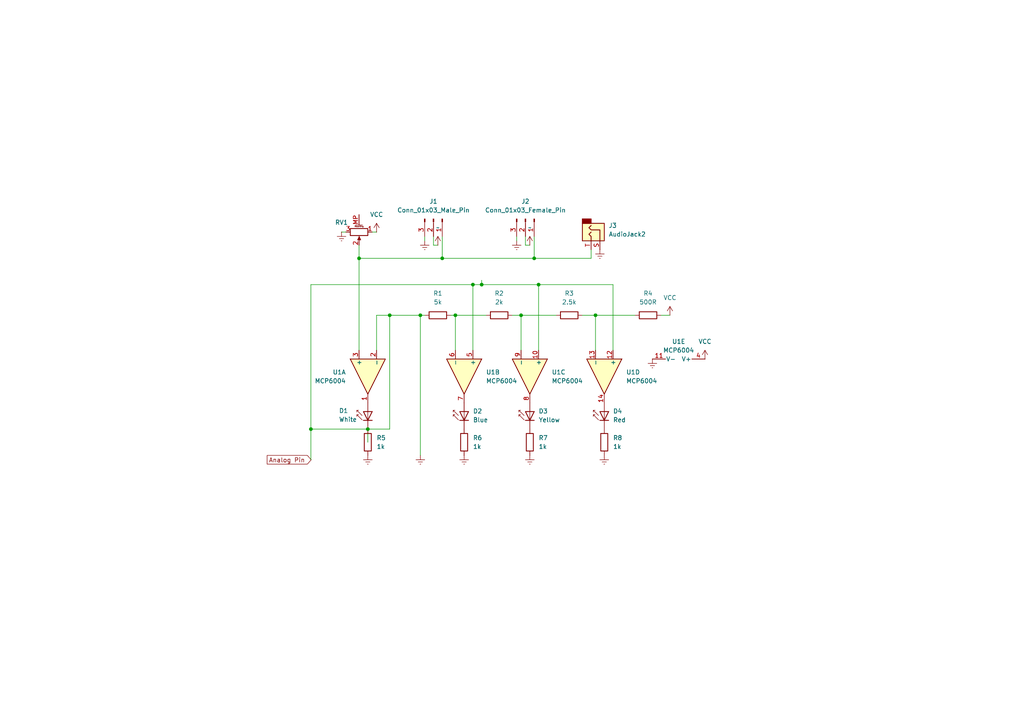
<source format=kicad_sch>
(kicad_sch (version 20231120) (generator "eeschema") (generator_version "8.0")
  (paper "A4")
  (lib_symbols
    (symbol "Amplifier_Operational:MCP6004" (pin_names (offset 0.127))
      (property "Reference" "U" (at 0 5.08 0))
      (property "Value" "MCP6004" (at 0 -5.08 0))
      (symbol "MCP6004_1_1"
        (polyline (pts (xy -5.08 5.08) (xy 5.08 0) (xy -5.08 -5.08) (xy -5.08 5.08)) (stroke (width 0.254)) (fill (type background)))
        (pin output line (at 7.62 0 180) (length 2.54) (name "~") (number "1"))
        (pin input line (at -7.62 -2.54 0) (length 2.54) (name "-") (number "2"))
        (pin input line (at -7.62 2.54 0) (length 2.54) (name "+") (number "3"))
      )
      (symbol "MCP6004_2_1"
        (polyline (pts (xy -5.08 5.08) (xy 5.08 0) (xy -5.08 -5.08) (xy -5.08 5.08)) (stroke (width 0.254)) (fill (type background)))
        (pin input line (at -7.62 2.54 0) (length 2.54) (name "+") (number "5"))
        (pin input line (at -7.62 -2.54 0) (length 2.54) (name "-") (number "6"))
        (pin output line (at 7.62 0 180) (length 2.54) (name "~") (number "7"))
      )
      (symbol "MCP6004_3_1"
        (polyline (pts (xy -5.08 5.08) (xy 5.08 0) (xy -5.08 -5.08) (xy -5.08 5.08)) (stroke (width 0.254)) (fill (type background)))
        (pin input line (at -7.62 2.54 0) (length 2.54) (name "+") (number "10"))
        (pin output line (at 7.62 0 180) (length 2.54) (name "~") (number "8"))
        (pin input line (at -7.62 -2.54 0) (length 2.54) (name "-") (number "9"))
      )
      (symbol "MCP6004_4_1"
        (polyline (pts (xy -5.08 5.08) (xy 5.08 0) (xy -5.08 -5.08) (xy -5.08 5.08)) (stroke (width 0.254)) (fill (type background)))
        (pin input line (at -7.62 2.54 0) (length 2.54) (name "+") (number "12"))
        (pin input line (at -7.62 -2.54 0) (length 2.54) (name "-") (number "13"))
        (pin output line (at 7.62 0 180) (length 2.54) (name "~") (number "14"))
      )
      (symbol "MCP6004_5_1"
        (pin power_in line (at -2.54 -7.62 90) (length 3.81) (name "V-") (number "11"))
        (pin power_in line (at -2.54 7.62 270) (length 3.81) (name "V+") (number "4"))
      )
    )
    (symbol "Connector:Conn_01x03_Pin" (pin_names (offset 1.016) hide)
      (property "Reference" "J" (at 0 5.08 0))
      (property "Value" "Conn_01x03_Pin" (at 0 -5.08 0))
      (symbol "Conn_01x03_Pin_1_1"
        (polyline (pts (xy 1.27 -2.54) (xy 0.8636 -2.54)) (stroke (width 0.1524)))
        (polyline (pts (xy 1.27 0) (xy 0.8636 0)) (stroke (width 0.1524)))
        (polyline (pts (xy 1.27 2.54) (xy 0.8636 2.54)) (stroke (width 0.1524)))
        (rectangle (start 0.8636 -2.413) (end 0 -2.667) (stroke (width 0.1524)) (fill (type outline)))
        (rectangle (start 0.8636 0.127) (end 0 -0.127) (stroke (width 0.1524)) (fill (type outline)))
        (rectangle (start 0.8636 2.667) (end 0 2.413) (stroke (width 0.1524)) (fill (type outline)))
        (pin passive line (at 5.08 2.54 180) (length 3.81) (name "Pin_1") (number "1"))
        (pin passive line (at 5.08 0 180) (length 3.81) (name "Pin_2") (number "2"))
        (pin passive line (at 5.08 -2.54 180) (length 3.81) (name "Pin_3") (number "3"))
      )
    )
    (symbol "Connector_Audio:AudioJack2"
      (property "Reference" "J" (at 0 8.89 0))
      (property "Value" "AudioJack2" (at 0 6.35 0))
      (symbol "AudioJack2_0_1"
        (rectangle (start -3.81 0) (end -2.54 -2.54) (stroke (width 0.254)) (fill (type outline)))
        (rectangle (start -2.54 3.81) (end 2.54 -2.54) (stroke (width 0.254)) (fill (type background)))
        (polyline (pts (xy 0 0) (xy 0.635 -0.635) (xy 1.27 0) (xy 2.54 0)) (stroke (width 0.254)))
        (polyline (pts (xy 2.54 2.54) (xy -0.635 2.54) (xy -0.635 0) (xy -1.27 -0.635) (xy -1.905 0)) (stroke (width 0.254)))
      )
      (symbol "AudioJack2_1_1"
        (pin passive line (at 5.08 2.54 180) (length 2.54) (name "~") (number "S"))
        (pin passive line (at 5.08 0 180) (length 2.54) (name "~") (number "T"))
      )
    )
    (symbol "Device:R" (pin_numbers hide) (pin_names (offset 0))
      (property "Reference" "R" (at 2.032 0 90))
      (property "Value" "R" (at 0 0 90))
      (symbol "R_0_1"
        (rectangle (start -1.016 -2.54) (end 1.016 2.54) (stroke (width 0.254)))
      )
      (symbol "R_1_1"
        (pin passive line (at 0 3.81 270) (length 1.27) (name "~") (number "1"))
        (pin passive line (at 0 -3.81 90) (length 1.27) (name "~") (number "2"))
      )
    )
    (symbol "Device:R_Potentiometer_MountingPin" (pin_names (offset 1.016) hide)
      (property "Reference" "RV" (at -8.255 0 90))
      (property "Value" "R_Potentiometer_MountingPin" (at -6.35 0 90))
      (symbol "R_Potentiometer_MountingPin_0_1"
        (polyline (pts (xy 2.54 0) (xy 1.524 0)))
        (polyline (pts (xy 1.143 0) (xy 2.286 0.508) (xy 2.286 -0.508)) (fill (type outline)))
        (rectangle (start 1.016 2.54) (end -1.016 -2.54) (stroke (width 0.254)))
      )
      (symbol "R_Potentiometer_MountingPin_1_1"
        (polyline (pts (xy -2.032 1.016) (xy -2.032 -1.016)) (stroke (width 0.1524)))
        (text "Mounting" (at -1.651 0 900) (effects (font (size 0.381 0.381))))
        (pin passive line (at 0 3.81 270) (length 1.27) (name "1") (number "1"))
        (pin passive line (at 3.81 0 180) (length 1.27) (name "2") (number "2"))
        (pin passive line (at 0 -3.81 90) (length 1.27) (name "3") (number "3"))
        (pin passive line (at -5.08 0 0) (length 3.048) (name "MountPin") (number "MP"))
      )
    )
    (symbol "LED:IRL81A" (pin_numbers hide) (pin_names (offset 1.016) hide)
      (property "Reference" "D" (at 0.508 1.778 0))
      (property "Value" "IRL81A" (at -1.016 -2.794 0))
      (symbol "IRL81A_0_1"
        (polyline (pts (xy -2.54 0) (xy 0 0)))
        (polyline (pts (xy -2.54 1.27) (xy -2.54 -1.27)) (stroke (width 0.254)))
        (polyline (pts (xy 0.381 3.175) (xy -0.127 3.175)))
        (polyline (pts (xy -1.143 1.651) (xy 0.381 3.175) (xy 0.381 2.667)))
        (polyline (pts (xy 0 -1.27) (xy 0 1.27) (xy -2.54 0) (xy 0 -1.27)) (stroke (width 0.254)))
        (polyline (pts (xy -2.413 1.651) (xy -0.889 3.175) (xy -0.889 2.667) (xy -0.889 3.175) (xy -1.397 3.175)))
      )
      (symbol "IRL81A_1_1"
        (pin passive line (at -5.08 0 0) (length 2.54) (name "K") (number "1"))
        (pin passive line (at 2.54 0 180) (length 2.54) (name "A") (number "2"))
      )
    )
    (symbol "power:GNDREF" (power) (pin_numbers hide) (pin_names (offset 0) hide)
      (property "Value" "GNDREF" (at 0 -3.81 0))
      (symbol "GNDREF_0_1"
        (polyline (pts (xy -0.635 -1.905) (xy 0.635 -1.905)))
        (polyline (pts (xy -0.127 -2.54) (xy 0.127 -2.54)))
        (polyline (pts (xy 0 -1.27) (xy 0 0)))
        (polyline (pts (xy 1.27 -1.27) (xy -1.27 -1.27)))
      )
      (symbol "GNDREF_1_1"
        (pin power_in line (at 0 0 270) (length 0) (name "~") (number "1"))
      )
    )
    (symbol "power:VCC" (power) (pin_numbers hide) (pin_names (offset 0) hide)
      (property "Value" "VCC" (at 0 3.556 0))
      (symbol "VCC_0_1"
        (polyline (pts (xy -0.762 1.27) (xy 0 2.54)))
        (polyline (pts (xy 0 0) (xy 0 2.54)))
        (polyline (pts (xy 0 2.54) (xy 0.762 1.27)))
      )
      (symbol "VCC_1_1"
        (pin power_in line (at 0 0 90) (length 0) (name "~") (number "1"))
      )
    )
  )
  (junction (at 121.92 91.44))
  (junction (at 154.94 74.93))
  (junction (at 137.16 82.55))
  (junction (at 106.68 124.46))
  (junction (at 104.14 74.93))
  (junction (at 132.08 91.44))
  (junction (at 128.27 74.93))
  (junction (at 172.72 91.44))
  (junction (at 139.7 82.55))
  (junction (at 90.17 124.46))
  (junction (at 113.03 91.44))
  (junction (at 151.13 91.44))
  (junction (at 156.21 82.55))
  (wire (pts (xy 154.94 68.58) (xy 154.94 74.93)))
  (wire (pts (xy 154.94 74.93) (xy 171.45 74.93)))
  (wire (pts (xy 90.17 82.55) (xy 90.17 124.46)))
  (wire (pts (xy 113.03 124.46) (xy 113.03 91.44)))
  (wire (pts (xy 125.73 68.58) (xy 125.73 71.12)))
  (wire (pts (xy 127 71.12) (xy 125.73 71.12)))
  (wire (pts (xy 132.08 91.44) (xy 140.97 91.44)))
  (wire (pts (xy 90.17 124.46) (xy 106.68 124.46)))
  (wire (pts (xy 184.15 91.44) (xy 172.72 91.44)))
  (wire (pts (xy 148.59 91.44) (xy 151.13 91.44)))
  (wire (pts (xy 128.27 68.58) (xy 128.27 74.93)))
  (wire (pts (xy 151.13 91.44) (xy 161.29 91.44)))
  (wire (pts (xy 137.16 82.55) (xy 139.7 82.55)))
  (wire (pts (xy 152.4 68.58) (xy 152.4 71.12)))
  (wire (pts (xy 194.31 91.44) (xy 191.77 91.44)))
  (wire (pts (xy 137.16 82.55) (xy 137.16 101.6)))
  (wire (pts (xy 109.22 67.31) (xy 107.95 67.31)))
  (wire (pts (xy 113.03 91.44) (xy 121.92 91.44)))
  (wire (pts (xy 171.45 74.93) (xy 171.45 72.39)))
  (wire (pts (xy 99.06 67.31) (xy 100.33 67.31)))
  (wire (pts (xy 177.8 82.55) (xy 177.8 101.6)))
  (wire (pts (xy 109.22 91.44) (xy 113.03 91.44)))
  (wire (pts (xy 104.14 74.93) (xy 128.27 74.93)))
  (wire (pts (xy 104.14 71.12) (xy 104.14 74.93)))
  (wire (pts (xy 156.21 82.55) (xy 156.21 101.6)))
  (wire (pts (xy 121.92 91.44) (xy 121.92 132.08)))
  (wire (pts (xy 128.27 74.93) (xy 154.94 74.93)))
  (wire (pts (xy 149.86 68.58) (xy 149.86 69.85)))
  (wire (pts (xy 106.68 124.46) (xy 106.68 128.27)))
  (wire (pts (xy 151.13 91.44) (xy 151.13 101.6)))
  (wire (pts (xy 153.67 71.12) (xy 152.4 71.12)))
  (wire (pts (xy 172.72 91.44) (xy 172.72 101.6)))
  (wire (pts (xy 123.19 68.58) (xy 123.19 69.85)))
  (wire (pts (xy 139.7 81.28) (xy 139.7 82.55)))
  (wire (pts (xy 109.22 91.44) (xy 109.22 101.6)))
  (wire (pts (xy 90.17 82.55) (xy 137.16 82.55)))
  (wire (pts (xy 130.81 91.44) (xy 132.08 91.44)))
  (wire (pts (xy 132.08 91.44) (xy 132.08 101.6)))
  (wire (pts (xy 172.72 91.44) (xy 168.91 91.44)))
  (wire (pts (xy 104.14 74.93) (xy 104.14 101.6)))
  (wire (pts (xy 139.7 82.55) (xy 156.21 82.55)))
  (wire (pts (xy 106.68 124.46) (xy 113.03 124.46)))
  (wire (pts (xy 156.21 82.55) (xy 177.8 82.55)))
  (wire (pts (xy 90.17 124.46) (xy 90.17 133.35)))
  (wire (pts (xy 123.19 91.44) (xy 121.92 91.44)))
  (global_label "Analog Pin" (shape output) (at 77.47 133.35 0) (property "Intersheetrefs" "${INTERSHEET_REFS}" (effects (hide yes))))
  (symbol (lib_id "Amplifier_Operational:MCP6004") (at 175.26 109.22 270) (unit 4)
    (property "Reference" "U1" (at 181.61 107.9499 90) (effects (justify left)))
    (property "Value" "MCP6004" (at 181.61 110.4899 90) (effects (justify left)))
    (property "Datasheet" "http://ww1.microchip.com/downloads/en/DeviceDoc/21733j.pdf" (effects (hide yes)))
    (property "Description" "1MHz, Low-Power Op Amp, DIP-14/SOIC-14/TSSOP-14" (effects (hide yes)))
  )
  (symbol (lib_id "power:GNDREF") (at 189.23 104.14 0) (unit 1)
    (property "Reference" "#PWR04" (effects (hide yes)))
    (property "Value" "GNDREF" (effects (hide yes)))
    (property "Description" "Power symbol creates a global label with name \"GNDREF\" , reference supply ground" (effects (hide yes)))
  )
  (symbol (lib_id "Device:R") (at 106.68 128.27 0) (unit 1)
    (property "Reference" "R5" (at 109.22 126.9999 0) (effects (justify left)))
    (property "Value" "1k" (at 109.22 129.5399 0) (effects (justify left)))
    (property "Description" "Resistor" (effects (hide yes)))
  )
  (symbol (lib_id "LED:IRL81A") (at 153.67 119.38 90) (unit 1)
    (property "Reference" "D3" (at 156.21 119.2529 90) (effects (justify right)))
    (property "Value" "Yellow" (at 156.21 121.7929 90) (effects (justify right)))
    (property "Footprint" "LED_THT:LED_SideEmitter_Rectangular_W4.5mm_H1.6mm" (effects (hide yes)))
    (property "Datasheet" "http://www.osram-os.com/Graphics/XPic0/00203825_0.pdf" (effects (hide yes)))
    (property "Description" "850nm High Power Infrared Emitter, Side-Emitter package" (effects (hide yes)))
  )
  (symbol (lib_id "Amplifier_Operational:MCP6004") (at 196.85 106.68 270) (unit 5)
    (property "Reference" "U1" (at 196.85 99.06 90))
    (property "Value" "MCP6004" (at 196.85 101.6 90))
    (property "Datasheet" "http://ww1.microchip.com/downloads/en/DeviceDoc/21733j.pdf" (effects (hide yes)))
    (property "Description" "1MHz, Low-Power Op Amp, DIP-14/SOIC-14/TSSOP-14" (effects (hide yes)))
  )
  (symbol (lib_id "Amplifier_Operational:MCP6004") (at 106.68 109.22 90) (mirror x) (unit 1)
    (property "Reference" "U1" (at 100.33 107.9499 90) (effects (justify left)))
    (property "Value" "MCP6004" (at 100.33 110.4899 90) (effects (justify left)))
    (property "Datasheet" "http://ww1.microchip.com/downloads/en/DeviceDoc/21733j.pdf" (effects (hide yes)))
    (property "Description" "1MHz, Low-Power Op Amp, DIP-14/SOIC-14/TSSOP-14" (effects (hide yes)))
  )
  (symbol (lib_id "Connector:Conn_01x03_Pin") (at 125.73 63.5 270) (unit 1)
    (property "Reference" "J1" (at 125.73 58.42 90))
    (property "Value" "Conn_01x03_Male_Pin" (at 125.73 60.96 90))
    (property "Description" "Generic connector, single row, 01x03, script generated" (effects (hide yes)))
  )
  (symbol (lib_id "Connector_Audio:AudioJack2") (at 171.45 67.31 270) (unit 1)
    (property "Reference" "J3" (at 176.53 65.4049 90) (effects (justify left)))
    (property "Value" "AudioJack2" (at 176.53 67.9449 90) (effects (justify left)))
    (property "Description" "Audio Jack, 2 Poles (Mono / TS)" (effects (hide yes)))
  )
  (symbol (lib_id "Amplifier_Operational:MCP6004") (at 134.62 109.22 270) (unit 2)
    (property "Reference" "U1" (at 140.97 107.9499 90) (effects (justify left)))
    (property "Value" "MCP6004" (at 140.97 110.4899 90) (effects (justify left)))
    (property "Datasheet" "http://ww1.microchip.com/downloads/en/DeviceDoc/21733j.pdf" (effects (hide yes)))
    (property "Description" "1MHz, Low-Power Op Amp, DIP-14/SOIC-14/TSSOP-14" (effects (hide yes)))
  )
  (symbol (lib_id "power:GNDREF") (at 153.67 132.08 0) (unit 1)
    (property "Reference" "#PWR07" (effects (hide yes)))
    (property "Value" "GNDREF" (effects (hide yes)))
    (property "Description" "Power symbol creates a global label with name \"GNDREF\" , reference supply ground" (effects (hide yes)))
  )
  (symbol (lib_id "LED:IRL81A") (at 134.62 119.38 90) (unit 1)
    (property "Reference" "D2" (at 137.16 119.2529 90) (effects (justify right)))
    (property "Value" "Blue" (at 137.16 121.7929 90) (effects (justify right)))
    (property "Footprint" "LED_THT:LED_SideEmitter_Rectangular_W4.5mm_H1.6mm" (effects (hide yes)))
    (property "Datasheet" "http://www.osram-os.com/Graphics/XPic0/00203825_0.pdf" (effects (hide yes)))
    (property "Description" "850nm High Power Infrared Emitter, Side-Emitter package" (effects (hide yes)))
  )
  (symbol (lib_id "power:VCC") (at 127 71.12 0) (unit 1)
    (property "Reference" "#PWR011" (effects (hide yes)))
    (property "Value" "~" (at 127 66.04 0))
    (property "Description" "Power symbol creates a global label with name \"VCC\"" (effects (hide yes)))
  )
  (symbol (lib_id "power:VCC") (at 204.47 104.14 0) (unit 1)
    (property "Reference" "#PWR01" (effects (hide yes)))
    (property "Value" "VCC" (at 204.47 99.06 0))
    (property "Description" "Power symbol creates a global label with name \"VCC\"" (effects (hide yes)))
  )
  (symbol (lib_id "power:GNDREF") (at 106.68 132.08 0) (unit 1)
    (property "Reference" "#PWR05" (effects (hide yes)))
    (property "Value" "GNDREF" (effects (hide yes)))
    (property "Description" "Power symbol creates a global label with name \"GNDREF\" , reference supply ground" (effects (hide yes)))
  )
  (symbol (lib_id "power:GNDREF") (at 173.99 72.39 0) (unit 1)
    (property "Reference" "#PWR015" (effects (hide yes)))
    (property "Value" "GNDREF" (effects (hide yes)))
    (property "Description" "Power symbol creates a global label with name \"GNDREF\" , reference supply ground" (effects (hide yes)))
  )
  (symbol (lib_id "Device:R") (at 144.78 91.44 90) (unit 1)
    (property "Reference" "R2" (at 144.78 85.09 90))
    (property "Value" "2k" (at 144.78 87.63 90))
    (property "Description" "Resistor" (effects (hide yes)))
  )
  (symbol (lib_id "power:GNDREF") (at 121.92 132.08 0) (unit 1)
    (property "Reference" "#PWR032" (effects (hide yes)))
    (property "Value" "GNDREF" (effects (hide yes)))
    (property "Description" "Power symbol creates a global label with name \"GNDREF\" , reference supply ground" (effects (hide yes)))
  )
  (symbol (lib_id "Device:R") (at 187.96 91.44 90) (unit 1)
    (property "Reference" "R4" (at 187.96 85.09 90))
    (property "Value" "500R" (at 187.96 87.63 90))
    (property "Description" "Resistor" (effects (hide yes)))
  )
  (symbol (lib_id "Amplifier_Operational:MCP6004") (at 153.67 109.22 270) (unit 3)
    (property "Reference" "U1" (at 160.02 107.9499 90) (effects (justify left)))
    (property "Value" "MCP6004" (at 160.02 110.4899 90) (effects (justify left)))
    (property "Datasheet" "http://ww1.microchip.com/downloads/en/DeviceDoc/21733j.pdf" (effects (hide yes)))
    (property "Description" "1MHz, Low-Power Op Amp, DIP-14/SOIC-14/TSSOP-14" (effects (hide yes)))
  )
  (symbol (lib_id "power:GNDREF") (at 123.19 69.85 0) (unit 1)
    (property "Reference" "#PWR012" (effects (hide yes)))
    (property "Value" "GNDREF" (effects (hide yes)))
    (property "Description" "Power symbol creates a global label with name \"GNDREF\" , reference supply ground" (effects (hide yes)))
  )
  (symbol (lib_id "Device:R_Potentiometer_MountingPin") (at 104.14 67.31 270) (unit 1)
    (property "Reference" "RV1" (at 99.06 64.516 90))
    (property "Value" "R_Potentiometer_MountingPin" (effects (hide yes)))
    (property "Description" "Potentiometer with a mounting pin" (effects (hide yes)))
  )
  (symbol (lib_id "Connector:Conn_01x03_Pin") (at 152.4 63.5 270) (unit 1)
    (property "Reference" "J2" (at 152.4 58.42 90))
    (property "Value" "Conn_01x03_Female_Pin" (at 152.4 60.96 90))
    (property "Description" "Generic connector, single row, 01x03, script generated" (effects (hide yes)))
  )
  (symbol (lib_id "Device:R") (at 134.62 128.27 0) (unit 1)
    (property "Reference" "R6" (at 137.16 126.9999 0) (effects (justify left)))
    (property "Value" "1k" (at 137.16 129.5399 0) (effects (justify left)))
    (property "Description" "Resistor" (effects (hide yes)))
  )
  (symbol (lib_id "power:GNDREF") (at 149.86 69.85 0) (unit 1)
    (property "Reference" "#PWR014" (effects (hide yes)))
    (property "Value" "GNDREF" (effects (hide yes)))
    (property "Description" "Power symbol creates a global label with name \"GNDREF\" , reference supply ground" (effects (hide yes)))
  )
  (symbol (lib_id "Device:R") (at 127 91.44 90) (unit 1)
    (property "Reference" "R1" (at 127 85.09 90))
    (property "Value" "5k" (at 127 87.63 90))
    (property "Description" "Resistor" (effects (hide yes)))
  )
  (symbol (lib_id "power:GNDREF") (at 134.62 132.08 0) (unit 1)
    (property "Reference" "#PWR06" (effects (hide yes)))
    (property "Value" "GNDREF" (effects (hide yes)))
    (property "Description" "Power symbol creates a global label with name \"GNDREF\" , reference supply ground" (effects (hide yes)))
  )
  (symbol (lib_id "power:VCC") (at 109.22 67.31 0) (unit 1)
    (property "Reference" "#PWR010" (effects (hide yes)))
    (property "Value" "VCC" (at 109.22 62.23 0))
    (property "Description" "Power symbol creates a global label with name \"VCC\"" (effects (hide yes)))
  )
  (symbol (lib_id "Device:R") (at 165.1 91.44 90) (unit 1)
    (property "Reference" "R3" (at 165.1 85.09 90))
    (property "Value" "2.5k" (at 165.1 87.63 90))
    (property "Description" "Resistor" (effects (hide yes)))
  )
  (symbol (lib_id "power:GNDREF") (at 175.26 132.08 0) (unit 1)
    (property "Reference" "#PWR08" (effects (hide yes)))
    (property "Value" "GNDREF" (effects (hide yes)))
    (property "Description" "Power symbol creates a global label with name \"GNDREF\" , reference supply ground" (effects (hide yes)))
  )
  (symbol (lib_id "power:GNDREF") (at 99.06 67.31 0) (unit 1)
    (property "Reference" "#PWR09" (effects (hide yes)))
    (property "Value" "GNDREF" (effects (hide yes)))
    (property "Description" "Power symbol creates a global label with name \"GNDREF\" , reference supply ground" (effects (hide yes)))
  )
  (symbol (lib_id "Device:R") (at 175.26 128.27 0) (unit 1)
    (property "Reference" "R8" (at 177.8 126.9999 0) (effects (justify left)))
    (property "Value" "1k" (at 177.8 129.5399 0) (effects (justify left)))
    (property "Description" "Resistor" (effects (hide yes)))
  )
  (symbol (lib_id "Device:R") (at 153.67 128.27 0) (unit 1)
    (property "Reference" "R7" (at 156.21 126.9999 0) (effects (justify left)))
    (property "Value" "1k" (at 156.21 129.5399 0) (effects (justify left)))
    (property "Description" "Resistor" (effects (hide yes)))
  )
  (symbol (lib_id "LED:IRL81A") (at 106.68 119.38 90) (unit 1)
    (property "Reference" "D1" (at 98.298 119.126 90) (effects (justify right)))
    (property "Value" "White" (at 98.298 121.666 90) (effects (justify right)))
    (property "Footprint" "LED_THT:LED_SideEmitter_Rectangular_W4.5mm_H1.6mm" (effects (hide yes)))
    (property "Datasheet" "http://www.osram-os.com/Graphics/XPic0/00203825_0.pdf" (effects (hide yes)))
    (property "Description" "850nm High Power Infrared Emitter, Side-Emitter package" (effects (hide yes)))
  )
  (symbol (lib_id "power:VCC") (at 194.31 91.44 0) (unit 1)
    (property "Reference" "#PWR02" (effects (hide yes)))
    (property "Value" "VCC" (at 194.31 86.36 0))
    (property "Description" "Power symbol creates a global label with name \"VCC\"" (effects (hide yes)))
  )
  (symbol (lib_id "power:VCC") (at 153.67 71.12 0) (unit 1)
    (property "Reference" "#PWR013" (effects (hide yes)))
    (property "Value" "~" (at 153.67 66.04 0))
    (property "Description" "Power symbol creates a global label with name \"VCC\"" (effects (hide yes)))
  )
  (symbol (lib_id "LED:IRL81A") (at 175.26 119.38 90) (unit 1)
    (property "Reference" "D4" (at 177.8 119.2529 90) (effects (justify right)))
    (property "Value" "Red" (at 177.8 121.7929 90) (effects (justify right)))
    (property "Footprint" "LED_THT:LED_SideEmitter_Rectangular_W4.5mm_H1.6mm" (effects (hide yes)))
    (property "Datasheet" "http://www.osram-os.com/Graphics/XPic0/00203825_0.pdf" (effects (hide yes)))
    (property "Description" "850nm High Power Infrared Emitter, Side-Emitter package" (effects (hide yes)))
  )
)
</source>
